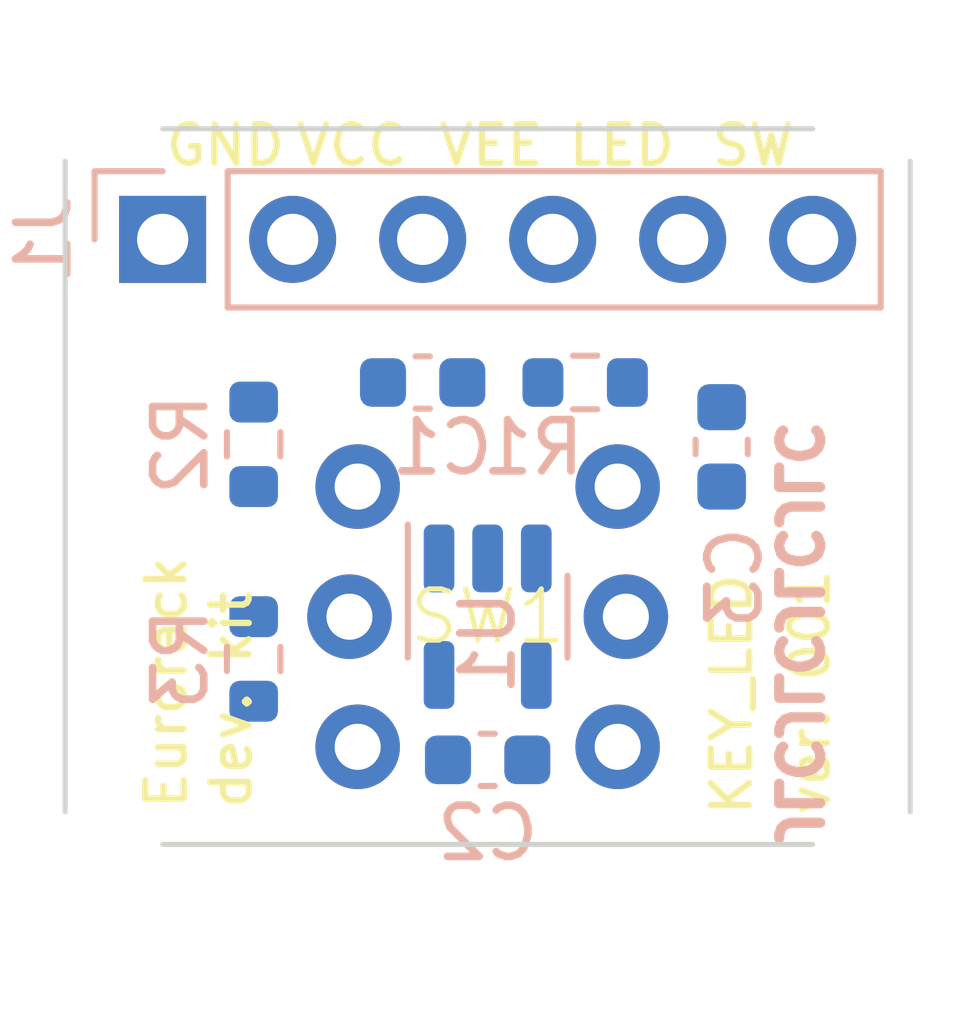
<source format=kicad_pcb>
(kicad_pcb (version 20221018) (generator pcbnew)
  (layers (0 "F.Cu" signal) (31 "B.Cu" signal) (34 "B.Paste" user) (35 "F.Paste" user) (36 "B.SilkS" user "B.Silkscreen") (37 "F.SilkS" user "F.Silkscreen") (38 "B.Mask" user) (39 "F.Mask" user) (44 "Edge.Cuts" user))
  (net 0 "")
  (net 1 "GND")
  (net 2 "VEE")
  (net 3 "VCC")
  (net 4 "SW")
  (net 5 "LED")
  (net 6 "Net-(U1-+)")
  (net 7 "Net-(SW1-K)")
  (net 8 "Net-(SW1-A)")
  (net 9 "VDD")
  (footprint "Eurorack:Button_LED" (layer "F.Cu") (at 177.8 76.2)
    (fp_text reference "SW1" (at 0 0 unlocked) (layer "F.SilkS") (effects (font (thickness 0.1))))
    (fp_text value "SW_LED")
    (pad "1" thru_hole circle (at -2.54 -2.54) (size 1.651 1.651) (drill 0.9) (layers "*.Cu" "*.Mask") (net 4 "SW"))
    (pad "1" thru_hole circle (at 2.54 -2.54) (size 1.651 1.651) (drill 0.9) (layers "*.Cu" "*.Mask") (net 4 "SW"))
    (pad "2" thru_hole circle (at -2.54 2.54) (size 1.651 1.651) (drill 0.9) (layers "*.Cu" "*.Mask") (net 1 "GND"))
    (pad "2" thru_hole circle (at 2.54 2.54) (size 1.651 1.651) (drill 0.9) (layers "*.Cu" "*.Mask") (net 1 "GND"))
    (pad "3" thru_hole circle (at -2.7 0) (size 1.651 1.651) (drill 0.9) (layers "*.Cu" "*.Mask") (net 7 "Net-(SW1-K)"))
    (pad "4" thru_hole circle (at 2.7 0) (size 1.651 1.651) (drill 0.9) (layers "*.Cu" "*.Mask") (net 8 "Net-(SW1-A)"))
  )
  (footprint "Connector_PinHeader_2.54mm:PinHeader_1x06_P2.54mm_Vertical" (layer "B.Cu") (at 171.45 68.834 -90)
    (fp_text reference "J1" (at 0 2.33 90) (layer "B.SilkS") (effects (justify mirror)))
    (fp_text value "Conn_01x06")
    (fp_line (start -1.33 -14.03) (end 1.33 -14.03) (stroke (width 0.12)) (layer "B.SilkS"))
    (fp_line (start -1.33 -1.27) (end -1.33 -14.03) (stroke (width 0.12)) (layer "B.SilkS"))
    (fp_line (start -1.33 -1.27) (end 1.33 -1.27) (stroke (width 0.12)) (layer "B.SilkS"))
    (fp_line (start -1.33 0) (end -1.33 1.33) (stroke (width 0.12)) (layer "B.SilkS"))
    (fp_line (start -1.33 1.33) (end 0 1.33) (stroke (width 0.12)) (layer "B.SilkS"))
    (fp_line (start 1.33 -1.27) (end 1.33 -14.03) (stroke (width 0.12)) (layer "B.SilkS"))
    (pad "1" thru_hole rect (at 0 0 270) (size 1.7 1.7) (drill 1) (layers "*.Cu" "*.Mask") (net 1 "GND"))
    (pad "2" thru_hole oval (at 0 -2.54 270) (size 1.7 1.7) (drill 1) (layers "*.Cu" "*.Mask") (net 3 "VCC"))
    (pad "3" thru_hole oval (at 0 -5.08 270) (size 1.7 1.7) (drill 1) (layers "*.Cu" "*.Mask") (net 2 "VEE"))
    (pad "4" thru_hole oval (at 0 -7.62 270) (size 1.7 1.7) (drill 1) (layers "*.Cu" "*.Mask") (net 9 "VDD"))
    (pad "5" thru_hole oval (at 0 -10.16 270) (size 1.7 1.7) (drill 1) (layers "*.Cu" "*.Mask") (net 5 "LED"))
    (pad "6" thru_hole oval (at 0 -12.7 270) (size 1.7 1.7) (drill 1) (layers "*.Cu" "*.Mask") (net 4 "SW"))
  )
  (footprint "Capacitor_SMD:C_0603_1608Metric" (layer "B.Cu") (at 177.8 78.994)
    (fp_text reference "C2" (at 0 1.43) (layer "B.SilkS") (effects (justify mirror)))
    (fp_text value "0.1uf")
    (fp_line (start -0.14058 -0.51) (end 0.14058 -0.51) (stroke (width 0.12)) (layer "B.SilkS"))
    (fp_line (start -0.14058 0.51) (end 0.14058 0.51) (stroke (width 0.12)) (layer "B.SilkS"))
    (pad "1" smd roundrect (at -0.775 0) (size 0.9 0.95) (layers "B.Cu" "B.Paste" "B.Mask") (net 3 "VCC"))
    (pad "2" smd roundrect (at 0.775 0) (size 0.9 0.95) (layers "B.Cu" "B.Paste" "B.Mask") (net 1 "GND"))
  )
  (footprint "Package_TO_SOT_SMD:SOT-23-5" (layer "B.Cu") (at 177.8 76.2 -90)
    (fp_text reference "U1" (at 0.508 0 90) (layer "B.SilkS") (effects (justify mirror)))
    (fp_text value "LM321")
    (fp_line (start 0 -1.56) (end -0.8 -1.56) (stroke (width 0.12)) (layer "B.SilkS"))
    (fp_line (start 0 -1.56) (end 0.8 -1.56) (stroke (width 0.12)) (layer "B.SilkS"))
    (fp_line (start 0 1.56) (end -1.8 1.56) (stroke (width 0.12)) (layer "B.SilkS"))
    (fp_line (start 0 1.56) (end 0.8 1.56) (stroke (width 0.12)) (layer "B.SilkS"))
    (pad "1" smd roundrect (at -1.1375 0.95 270) (size 1.325 0.6) (layers "B.Cu" "B.Paste" "B.Mask") (net 6 "Net-(U1-+)"))
    (pad "2" smd roundrect (at -1.1375 0 270) (size 1.325 0.6) (layers "B.Cu" "B.Paste" "B.Mask") (net 2 "VEE"))
    (pad "3" smd roundrect (at -1.1375 -0.95 270) (size 1.325 0.6) (layers "B.Cu" "B.Paste" "B.Mask") (net 7 "Net-(SW1-K)"))
    (pad "4" smd roundrect (at 1.1375 -0.95 270) (size 1.325 0.6) (layers "B.Cu" "B.Paste" "B.Mask") (net 8 "Net-(SW1-A)"))
    (pad "5" smd roundrect (at 1.1375 0.95 270) (size 1.325 0.6) (layers "B.Cu" "B.Paste" "B.Mask") (net 3 "VCC"))
  )
  (footprint "Capacitor_SMD:C_0603_1608Metric" (layer "B.Cu") (at 182.372 72.885 -90)
    (fp_text reference "C3" (at 2.553 -0.254 90) (layer "B.SilkS") (effects (justify mirror)))
    (fp_text value "0.1uf")
    (fp_line (start -0.14058 -0.51) (end 0.14058 -0.51) (stroke (width 0.12)) (layer "B.SilkS"))
    (fp_line (start -0.14058 0.51) (end 0.14058 0.51) (stroke (width 0.12)) (layer "B.SilkS"))
    (pad "1" smd roundrect (at -0.775 0 270) (size 0.9 0.95) (layers "B.Cu" "B.Paste" "B.Mask") (net 4 "SW"))
    (pad "2" smd roundrect (at 0.775 0 270) (size 0.9 0.95) (layers "B.Cu" "B.Paste" "B.Mask") (net 1 "GND"))
  )
  (footprint "Resistor_SMD:R_0603_1608Metric" (layer "B.Cu") (at 179.705 71.628 180)
    (fp_text reference "R1" (at 1.016 -1.27) (layer "B.SilkS") (effects (justify mirror)))
    (fp_text value "10k")
    (fp_line (start -0.237258 -0.5225) (end 0.237258 -0.5225) (stroke (width 0.12)) (layer "B.SilkS"))
    (fp_line (start -0.237258 0.5225) (end 0.237258 0.5225) (stroke (width 0.12)) (layer "B.SilkS"))
    (pad "1" smd roundrect (at -0.825 0 180) (size 0.8 0.95) (layers "B.Cu" "B.Paste" "B.Mask") (net 5 "LED"))
    (pad "2" smd roundrect (at 0.825 0 180) (size 0.8 0.95) (layers "B.Cu" "B.Paste" "B.Mask") (net 6 "Net-(U1-+)"))
  )
  (footprint "Resistor_SMD:R_0603_1608Metric" (layer "B.Cu") (at 173.228 77.025 -90)
    (fp_text reference "R3" (at 0 1.43 -270) (layer "B.SilkS") (effects (justify mirror)))
    (fp_text value "1k")
    (fp_line (start -0.237258 -0.5225) (end 0.237258 -0.5225) (stroke (width 0.12)) (layer "B.SilkS"))
    (fp_line (start -0.237258 0.5225) (end 0.237258 0.5225) (stroke (width 0.12)) (layer "B.SilkS"))
    (pad "1" smd roundrect (at -0.825 0 270) (size 0.8 0.95) (layers "B.Cu" "B.Paste" "B.Mask") (net 7 "Net-(SW1-K)"))
    (pad "2" smd roundrect (at 0.825 0 270) (size 0.8 0.95) (layers "B.Cu" "B.Paste" "B.Mask") (net 1 "GND"))
  )
  (footprint "Resistor_SMD:R_0603_1608Metric" (layer "B.Cu") (at 173.228 72.835 -90)
    (fp_text reference "R2" (at 0 1.43 -270) (layer "B.SilkS") (effects (justify mirror)))
    (fp_text value "10k")
    (fp_line (start -0.237258 -0.5225) (end 0.237258 -0.5225) (stroke (width 0.12)) (layer "B.SilkS"))
    (fp_line (start -0.237258 0.5225) (end 0.237258 0.5225) (stroke (width 0.12)) (layer "B.SilkS"))
    (pad "1" smd roundrect (at -0.825 0 270) (size 0.8 0.95) (layers "B.Cu" "B.Paste" "B.Mask") (net 9 "VDD"))
    (pad "2" smd roundrect (at 0.825 0 270) (size 0.8 0.95) (layers "B.Cu" "B.Paste" "B.Mask") (net 4 "SW"))
  )
  (footprint "Capacitor_SMD:C_0603_1608Metric" (layer "B.Cu") (at 176.53 71.628)
    (fp_text reference "C1" (at 0.381 1.27) (layer "B.SilkS") (effects (justify mirror)))
    (fp_text value "0.1uf")
    (fp_line (start -0.14058 -0.51) (end 0.14058 -0.51) (stroke (width 0.12)) (layer "B.SilkS"))
    (fp_line (start -0.14058 0.51) (end 0.14058 0.51) (stroke (width 0.12)) (layer "B.SilkS"))
    (pad "1" smd roundrect (at -0.775 0) (size 0.9 0.95) (layers "B.Cu" "B.Paste" "B.Mask") (net 1 "GND"))
    (pad "2" smd roundrect (at 0.775 0) (size 0.9 0.95) (layers "B.Cu" "B.Paste" "B.Mask") (net 2 "VEE"))
  )
  (gr_line (start 186.055 67.31) (end 186.055 80.01) (stroke (width 0.1)) (layer "Edge.Cuts"))
  (gr_line (start 171.45 66.675) (end 184.15 66.675) (stroke (width 0.1)) (layer "Edge.Cuts"))
  (gr_line (start 169.545 67.31) (end 169.545 80.01) (stroke (width 0.1)) (layer "Edge.Cuts"))
  (gr_line (start 184.15 80.645) (end 171.45 80.645) (stroke (width 0.1)) (layer "Edge.Cuts"))
  (gr_text "JLCJLCJLCJLC" (at 183.388 80.772 270) (layer "B.SilkS") (effects (font (size 0.8 0.8) (thickness 0.2) bold) (justify left bottom mirror)))
  (gr_text "dev. kit" (at 173.228 80.01 90) (layer "F.SilkS") (effects (font (size 0.75 0.75) (thickness 0.125)) (justify left bottom)))
  (gr_text "GND" (at 171.45 67.437) (layer "F.SilkS") (effects (font (size 0.75 0.75) (thickness 0.125)) (justify left bottom)))
  (gr_text "VCC" (at 173.99 67.437) (layer "F.SilkS") (effects (font (size 0.75 0.75) (thickness 0.125)) (justify left bottom)))
  (gr_text "Eurorack" (at 171.958 80.01 90) (layer "F.SilkS") (effects (font (size 0.75 0.75) (thickness 0.125)) (justify left bottom)))
  (gr_text "ver. 001" (at 184.531 80.137 90) (layer "F.SilkS") (effects (font (size 0.75 0.75) (thickness 0.125)) (justify left bottom)))
  (gr_text "SW" (at 182.118 67.437) (layer "F.SilkS") (effects (font (size 0.75 0.75) (thickness 0.125)) (justify left bottom)))
  (gr_text "LED" (at 179.324 67.437) (layer "F.SilkS") (effects (font (size 0.75 0.75) (thickness 0.125)) (justify left bottom)))
  (gr_text "VEE" (at 176.784 67.437) (layer "F.SilkS") (effects (font (size 0.75 0.75) (thickness 0.125)) (justify left bottom)))
  (gr_text "KEY_LED" (at 183.007 80.137 90) (layer "F.SilkS") (effects (font (size 0.75 0.75) (thickness 0.125)) (justify left bottom)))
)
</source>
